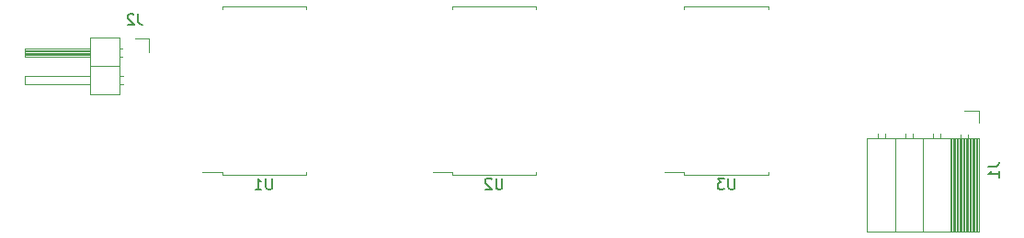
<source format=gbr>
%TF.GenerationSoftware,KiCad,Pcbnew,5.1.8*%
%TF.CreationDate,2021-01-19T18:06:27+01:00*%
%TF.ProjectId,hl-alyx-glove,686c2d61-6c79-4782-9d67-6c6f76652e6b,rev?*%
%TF.SameCoordinates,Original*%
%TF.FileFunction,Legend,Bot*%
%TF.FilePolarity,Positive*%
%FSLAX46Y46*%
G04 Gerber Fmt 4.6, Leading zero omitted, Abs format (unit mm)*
G04 Created by KiCad (PCBNEW 5.1.8) date 2021-01-19 18:06:27*
%MOMM*%
%LPD*%
G01*
G04 APERTURE LIST*
%ADD10C,0.120000*%
%ADD11C,0.150000*%
G04 APERTURE END LIST*
D10*
%TO.C,J2*%
X88870000Y-69730000D02*
X87600000Y-69730000D01*
X88870000Y-71000000D02*
X88870000Y-69730000D01*
X86557071Y-73920000D02*
X86160000Y-73920000D01*
X86557071Y-73160000D02*
X86160000Y-73160000D01*
X77500000Y-73920000D02*
X83500000Y-73920000D01*
X77500000Y-73160000D02*
X77500000Y-73920000D01*
X83500000Y-73160000D02*
X77500000Y-73160000D01*
X86160000Y-72270000D02*
X83500000Y-72270000D01*
X86490000Y-71380000D02*
X86160000Y-71380000D01*
X86490000Y-70620000D02*
X86160000Y-70620000D01*
X83500000Y-71280000D02*
X77500000Y-71280000D01*
X83500000Y-71160000D02*
X77500000Y-71160000D01*
X83500000Y-71040000D02*
X77500000Y-71040000D01*
X83500000Y-70920000D02*
X77500000Y-70920000D01*
X83500000Y-70800000D02*
X77500000Y-70800000D01*
X83500000Y-70680000D02*
X77500000Y-70680000D01*
X77500000Y-71380000D02*
X83500000Y-71380000D01*
X77500000Y-70620000D02*
X77500000Y-71380000D01*
X83500000Y-70620000D02*
X77500000Y-70620000D01*
X83500000Y-69670000D02*
X86160000Y-69670000D01*
X83500000Y-74870000D02*
X83500000Y-69670000D01*
X86160000Y-74870000D02*
X83500000Y-74870000D01*
X86160000Y-69670000D02*
X86160000Y-74870000D01*
%TO.C,J1*%
X165210000Y-87590000D02*
X165210000Y-78960000D01*
X165091905Y-87590000D02*
X165091905Y-78960000D01*
X164973810Y-87590000D02*
X164973810Y-78960000D01*
X164855715Y-87590000D02*
X164855715Y-78960000D01*
X164737620Y-87590000D02*
X164737620Y-78960000D01*
X164619525Y-87590000D02*
X164619525Y-78960000D01*
X164501430Y-87590000D02*
X164501430Y-78960000D01*
X164383335Y-87590000D02*
X164383335Y-78960000D01*
X164265240Y-87590000D02*
X164265240Y-78960000D01*
X164147145Y-87590000D02*
X164147145Y-78960000D01*
X164029050Y-87590000D02*
X164029050Y-78960000D01*
X163910955Y-87590000D02*
X163910955Y-78960000D01*
X163792860Y-87590000D02*
X163792860Y-78960000D01*
X163674765Y-87590000D02*
X163674765Y-78960000D01*
X163556670Y-87590000D02*
X163556670Y-78960000D01*
X163438575Y-87590000D02*
X163438575Y-78960000D01*
X163320480Y-87590000D02*
X163320480Y-78960000D01*
X163202385Y-87590000D02*
X163202385Y-78960000D01*
X163084290Y-87590000D02*
X163084290Y-78960000D01*
X162966195Y-87590000D02*
X162966195Y-78960000D01*
X162848100Y-87590000D02*
X162848100Y-78960000D01*
X164360000Y-78960000D02*
X164360000Y-78610000D01*
X163640000Y-78960000D02*
X163640000Y-78610000D01*
X161820000Y-78960000D02*
X161820000Y-78550000D01*
X161100000Y-78960000D02*
X161100000Y-78550000D01*
X159280000Y-78960000D02*
X159280000Y-78550000D01*
X158560000Y-78960000D02*
X158560000Y-78550000D01*
X156740000Y-78960000D02*
X156740000Y-78550000D01*
X156020000Y-78960000D02*
X156020000Y-78550000D01*
X162730000Y-87590000D02*
X162730000Y-78960000D01*
X160190000Y-87590000D02*
X160190000Y-78960000D01*
X157650000Y-87590000D02*
X157650000Y-78960000D01*
X165330000Y-87590000D02*
X165330000Y-78960000D01*
X165330000Y-78960000D02*
X155050000Y-78960000D01*
X155050000Y-87590000D02*
X155050000Y-78960000D01*
X165330000Y-87590000D02*
X155050000Y-87590000D01*
X165330000Y-76390000D02*
X164000000Y-76390000D01*
X165330000Y-77500000D02*
X165330000Y-76390000D01*
%TO.C,U3*%
X142085000Y-66750001D02*
X145945000Y-66750001D01*
X145945000Y-66750001D02*
X145945000Y-67040001D01*
X142085000Y-66750001D02*
X138225000Y-66750001D01*
X138225000Y-66750001D02*
X138225000Y-67040001D01*
X142085000Y-82370001D02*
X145945000Y-82370001D01*
X145945000Y-82370001D02*
X145945000Y-82080001D01*
X142085000Y-82370001D02*
X138225000Y-82370001D01*
X138225000Y-82370001D02*
X138225000Y-82080001D01*
X138225000Y-82080001D02*
X136435000Y-82080001D01*
%TO.C,U2*%
X116840000Y-82080001D02*
X115050000Y-82080001D01*
X116840000Y-82370001D02*
X116840000Y-82080001D01*
X120700000Y-82370001D02*
X116840000Y-82370001D01*
X124560000Y-82370001D02*
X124560000Y-82080001D01*
X120700000Y-82370001D02*
X124560000Y-82370001D01*
X116840000Y-66750001D02*
X116840000Y-67040001D01*
X120700000Y-66750001D02*
X116840000Y-66750001D01*
X124560000Y-66750001D02*
X124560000Y-67040001D01*
X120700000Y-66750001D02*
X124560000Y-66750001D01*
%TO.C,U1*%
X95641998Y-82080001D02*
X93851998Y-82080001D01*
X95641998Y-82370001D02*
X95641998Y-82080001D01*
X99501998Y-82370001D02*
X95641998Y-82370001D01*
X103361998Y-82370001D02*
X103361998Y-82080001D01*
X99501998Y-82370001D02*
X103361998Y-82370001D01*
X95641998Y-66750001D02*
X95641998Y-67040001D01*
X99501998Y-66750001D02*
X95641998Y-66750001D01*
X103361998Y-66750001D02*
X103361998Y-67040001D01*
X99501998Y-66750001D02*
X103361998Y-66750001D01*
%TO.C,J2*%
D11*
X87933333Y-67452380D02*
X87933333Y-68166666D01*
X87980952Y-68309523D01*
X88076190Y-68404761D01*
X88219047Y-68452380D01*
X88314285Y-68452380D01*
X87504761Y-67547619D02*
X87457142Y-67500000D01*
X87361904Y-67452380D01*
X87123809Y-67452380D01*
X87028571Y-67500000D01*
X86980952Y-67547619D01*
X86933333Y-67642857D01*
X86933333Y-67738095D01*
X86980952Y-67880952D01*
X87552380Y-68452380D01*
X86933333Y-68452380D01*
%TO.C,J1*%
X166222380Y-81546666D02*
X166936666Y-81546666D01*
X167079523Y-81499047D01*
X167174761Y-81403809D01*
X167222380Y-81260952D01*
X167222380Y-81165714D01*
X167222380Y-82546666D02*
X167222380Y-81975238D01*
X167222380Y-82260952D02*
X166222380Y-82260952D01*
X166365238Y-82165714D01*
X166460476Y-82070476D01*
X166508095Y-81975238D01*
%TO.C,U3*%
X142846904Y-82662381D02*
X142846904Y-83471905D01*
X142799285Y-83567143D01*
X142751666Y-83614762D01*
X142656428Y-83662381D01*
X142465952Y-83662381D01*
X142370714Y-83614762D01*
X142323095Y-83567143D01*
X142275476Y-83471905D01*
X142275476Y-82662381D01*
X141894523Y-82662381D02*
X141275476Y-82662381D01*
X141608809Y-83043334D01*
X141465952Y-83043334D01*
X141370714Y-83090953D01*
X141323095Y-83138572D01*
X141275476Y-83233810D01*
X141275476Y-83471905D01*
X141323095Y-83567143D01*
X141370714Y-83614762D01*
X141465952Y-83662381D01*
X141751666Y-83662381D01*
X141846904Y-83614762D01*
X141894523Y-83567143D01*
%TO.C,U2*%
X121461904Y-82662381D02*
X121461904Y-83471905D01*
X121414285Y-83567143D01*
X121366666Y-83614762D01*
X121271428Y-83662381D01*
X121080952Y-83662381D01*
X120985714Y-83614762D01*
X120938095Y-83567143D01*
X120890476Y-83471905D01*
X120890476Y-82662381D01*
X120461904Y-82757620D02*
X120414285Y-82710001D01*
X120319047Y-82662381D01*
X120080952Y-82662381D01*
X119985714Y-82710001D01*
X119938095Y-82757620D01*
X119890476Y-82852858D01*
X119890476Y-82948096D01*
X119938095Y-83090953D01*
X120509523Y-83662381D01*
X119890476Y-83662381D01*
%TO.C,U1*%
X100263902Y-82662381D02*
X100263902Y-83471905D01*
X100216283Y-83567143D01*
X100168664Y-83614762D01*
X100073426Y-83662381D01*
X99882950Y-83662381D01*
X99787712Y-83614762D01*
X99740093Y-83567143D01*
X99692474Y-83471905D01*
X99692474Y-82662381D01*
X98692474Y-83662381D02*
X99263902Y-83662381D01*
X98978188Y-83662381D02*
X98978188Y-82662381D01*
X99073426Y-82805239D01*
X99168664Y-82900477D01*
X99263902Y-82948096D01*
%TD*%
M02*

</source>
